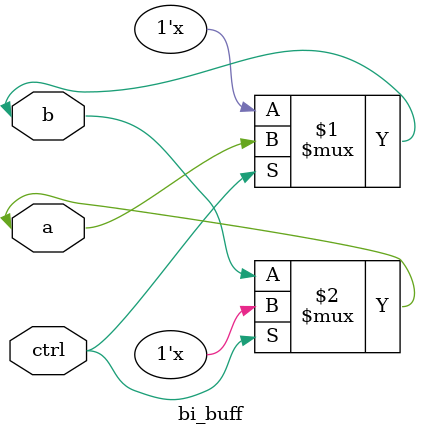
<source format=v>
module bi_buff(a,b,ctrl);
inout a,b;
input ctrl;
bufif1 b1(b,a,ctrl);
bufif0 b2(a,b,ctrl);
endmodule
</source>
